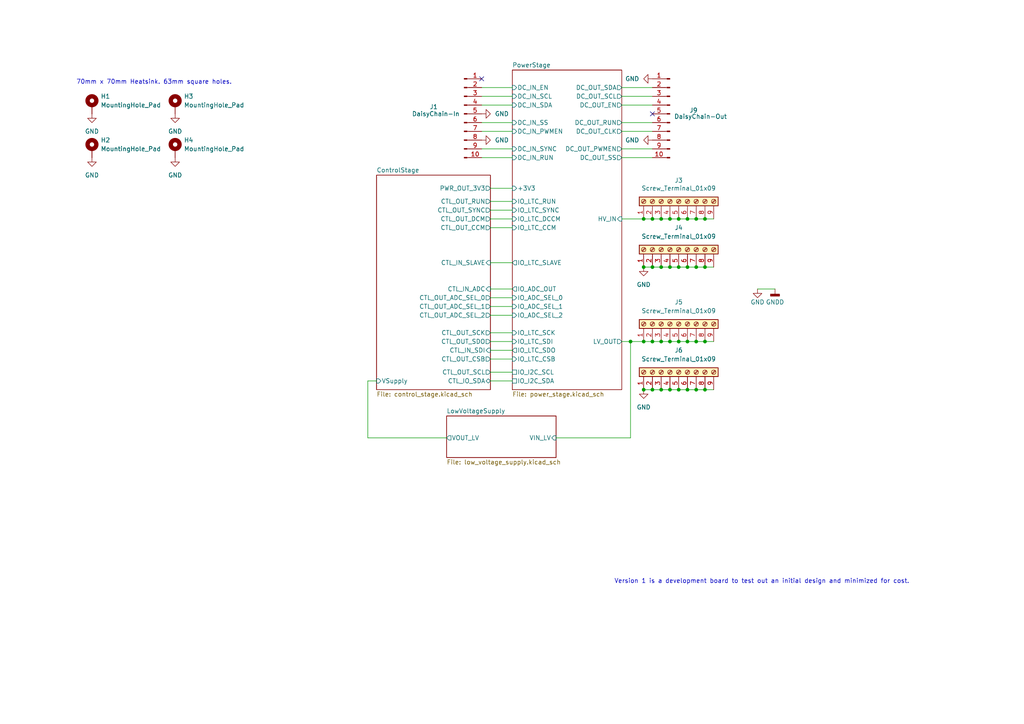
<source format=kicad_sch>
(kicad_sch (version 20231120) (generator "eeschema") (generator_version "8.0")
  (paper "A4")
  (lib_symbols
    (symbol "Connector:Conn_01x10_Pin" (pin_names (offset 1.016) hide)
      (property "Reference" "J" (at 0 12.7 0))
      (property "Value" "Conn_01x10_Pin" (at 0 -15.24 0))
      (symbol "Conn_01x10_Pin_1_1"
        (polyline (pts (xy 1.27 -12.7) (xy 0.8636 -12.7)) (stroke (width 0.1524)))
        (polyline (pts (xy 1.27 -10.16) (xy 0.8636 -10.16)) (stroke (width 0.1524)))
        (polyline (pts (xy 1.27 -7.62) (xy 0.8636 -7.62)) (stroke (width 0.1524)))
        (polyline (pts (xy 1.27 -5.08) (xy 0.8636 -5.08)) (stroke (width 0.1524)))
        (polyline (pts (xy 1.27 -2.54) (xy 0.8636 -2.54)) (stroke (width 0.1524)))
        (polyline (pts (xy 1.27 0) (xy 0.8636 0)) (stroke (width 0.1524)))
        (polyline (pts (xy 1.27 2.54) (xy 0.8636 2.54)) (stroke (width 0.1524)))
        (polyline (pts (xy 1.27 5.08) (xy 0.8636 5.08)) (stroke (width 0.1524)))
        (polyline (pts (xy 1.27 7.62) (xy 0.8636 7.62)) (stroke (width 0.1524)))
        (polyline (pts (xy 1.27 10.16) (xy 0.8636 10.16)) (stroke (width 0.1524)))
        (rectangle (start 0.8636 -12.573) (end 0 -12.827) (stroke (width 0.1524)) (fill (type outline)))
        (rectangle (start 0.8636 -10.033) (end 0 -10.287) (stroke (width 0.1524)) (fill (type outline)))
        (rectangle (start 0.8636 -7.493) (end 0 -7.747) (stroke (width 0.1524)) (fill (type outline)))
        (rectangle (start 0.8636 -4.953) (end 0 -5.207) (stroke (width 0.1524)) (fill (type outline)))
        (rectangle (start 0.8636 -2.413) (end 0 -2.667) (stroke (width 0.1524)) (fill (type outline)))
        (rectangle (start 0.8636 0.127) (end 0 -0.127) (stroke (width 0.1524)) (fill (type outline)))
        (rectangle (start 0.8636 2.667) (end 0 2.413) (stroke (width 0.1524)) (fill (type outline)))
        (rectangle (start 0.8636 5.207) (end 0 4.953) (stroke (width 0.1524)) (fill (type outline)))
        (rectangle (start 0.8636 7.747) (end 0 7.493) (stroke (width 0.1524)) (fill (type outline)))
        (rectangle (start 0.8636 10.287) (end 0 10.033) (stroke (width 0.1524)) (fill (type outline)))
        (pin passive line (at 5.08 10.16 180) (length 3.81) (name "Pin_1") (number "1"))
        (pin passive line (at 5.08 -12.7 180) (length 3.81) (name "Pin_10") (number "10"))
        (pin passive line (at 5.08 7.62 180) (length 3.81) (name "Pin_2") (number "2"))
        (pin passive line (at 5.08 5.08 180) (length 3.81) (name "Pin_3") (number "3"))
        (pin passive line (at 5.08 2.54 180) (length 3.81) (name "Pin_4") (number "4"))
        (pin passive line (at 5.08 0 180) (length 3.81) (name "Pin_5") (number "5"))
        (pin passive line (at 5.08 -2.54 180) (length 3.81) (name "Pin_6") (number "6"))
        (pin passive line (at 5.08 -5.08 180) (length 3.81) (name "Pin_7") (number "7"))
        (pin passive line (at 5.08 -7.62 180) (length 3.81) (name "Pin_8") (number "8"))
        (pin passive line (at 5.08 -10.16 180) (length 3.81) (name "Pin_9") (number "9"))
      )
    )
    (symbol "Connector:Screw_Terminal_01x09" (pin_names (offset 1.016) hide)
      (property "Reference" "J" (at 0 12.7 0))
      (property "Value" "Screw_Terminal_01x09" (at 0 -12.7 0))
      (symbol "Screw_Terminal_01x09_1_1"
        (rectangle (start -1.27 11.43) (end 1.27 -11.43) (stroke (width 0.254)) (fill (type background)))
        (circle (center 0 -10.16) (radius 0.635) (stroke (width 0.1524)))
        (circle (center 0 -7.62) (radius 0.635) (stroke (width 0.1524)))
        (circle (center 0 -5.08) (radius 0.635) (stroke (width 0.1524)))
        (circle (center 0 -2.54) (radius 0.635) (stroke (width 0.1524)))
        (polyline (pts (xy -0.5334 -9.8298) (xy 0.3302 -10.668)) (stroke (width 0.1524)))
        (polyline (pts (xy -0.5334 -7.2898) (xy 0.3302 -8.128)) (stroke (width 0.1524)))
        (polyline (pts (xy -0.5334 -4.7498) (xy 0.3302 -5.588)) (stroke (width 0.1524)))
        (polyline (pts (xy -0.5334 -2.2098) (xy 0.3302 -3.048)) (stroke (width 0.1524)))
        (polyline (pts (xy -0.5334 0.3302) (xy 0.3302 -0.508)) (stroke (width 0.1524)))
        (polyline (pts (xy -0.5334 2.8702) (xy 0.3302 2.032)) (stroke (width 0.1524)))
        (polyline (pts (xy -0.5334 5.4102) (xy 0.3302 4.572)) (stroke (width 0.1524)))
        (polyline (pts (xy -0.5334 7.9502) (xy 0.3302 7.112)) (stroke (width 0.1524)))
        (polyline (pts (xy -0.5334 10.4902) (xy 0.3302 9.652)) (stroke (width 0.1524)))
        (polyline (pts (xy -0.3556 -9.652) (xy 0.508 -10.4902)) (stroke (width 0.1524)))
        (polyline (pts (xy -0.3556 -7.112) (xy 0.508 -7.9502)) (stroke (width 0.1524)))
        (polyline (pts (xy -0.3556 -4.572) (xy 0.508 -5.4102)) (stroke (width 0.1524)))
        (polyline (pts (xy -0.3556 -2.032) (xy 0.508 -2.8702)) (stroke (width 0.1524)))
        (polyline (pts (xy -0.3556 0.508) (xy 0.508 -0.3302)) (stroke (width 0.1524)))
        (polyline (pts (xy -0.3556 3.048) (xy 0.508 2.2098)) (stroke (width 0.1524)))
        (polyline (pts (xy -0.3556 5.588) (xy 0.508 4.7498)) (stroke (width 0.1524)))
        (polyline (pts (xy -0.3556 8.128) (xy 0.508 7.2898)) (stroke (width 0.1524)))
        (polyline (pts (xy -0.3556 10.668) (xy 0.508 9.8298)) (stroke (width 0.1524)))
        (circle (center 0 0) (radius 0.635) (stroke (width 0.1524)))
        (circle (center 0 2.54) (radius 0.635) (stroke (width 0.1524)))
        (circle (center 0 5.08) (radius 0.635) (stroke (width 0.1524)))
        (circle (center 0 7.62) (radius 0.635) (stroke (width 0.1524)))
        (circle (center 0 10.16) (radius 0.635) (stroke (width 0.1524)))
        (pin passive line (at -5.08 10.16 0) (length 3.81) (name "Pin_1") (number "1"))
        (pin passive line (at -5.08 7.62 0) (length 3.81) (name "Pin_2") (number "2"))
        (pin passive line (at -5.08 5.08 0) (length 3.81) (name "Pin_3") (number "3"))
        (pin passive line (at -5.08 2.54 0) (length 3.81) (name "Pin_4") (number "4"))
        (pin passive line (at -5.08 0 0) (length 3.81) (name "Pin_5") (number "5"))
        (pin passive line (at -5.08 -2.54 0) (length 3.81) (name "Pin_6") (number "6"))
        (pin passive line (at -5.08 -5.08 0) (length 3.81) (name "Pin_7") (number "7"))
        (pin passive line (at -5.08 -7.62 0) (length 3.81) (name "Pin_8") (number "8"))
        (pin passive line (at -5.08 -10.16 0) (length 3.81) (name "Pin_9") (number "9"))
      )
    )
    (symbol "Mechanical:MountingHole_Pad" (pin_numbers hide) (pin_names (offset 1.016) hide)
      (property "Reference" "H" (at 0 6.35 0))
      (property "Value" "MountingHole_Pad" (at 0 4.445 0))
      (symbol "MountingHole_Pad_0_1"
        (circle (center 0 1.27) (radius 1.27) (stroke (width 1.27)))
      )
      (symbol "MountingHole_Pad_1_1"
        (pin input line (at 0 -2.54 90) (length 2.54) (name "1") (number "1"))
      )
    )
    (symbol "power:GND" (power) (pin_names (offset 0))
      (property "Value" "GND" (at 0 -3.81 0))
      (symbol "GND_0_1"
        (polyline (pts (xy 0 0) (xy 0 -1.27) (xy 1.27 -1.27) (xy 0 -2.54) (xy -1.27 -1.27) (xy 0 -1.27)))
      )
      (symbol "GND_1_1"
        (pin power_in line (at 0 0 270) (length 0) hide (name "GND") (number "1"))
      )
    )
    (symbol "power:GNDD" (power) (pin_names (offset 0))
      (property "Value" "GNDD" (at 0 -3.175 0))
      (symbol "GNDD_0_1"
        (rectangle (start -1.27 -1.524) (end 1.27 -2.032) (stroke (width 0.254)) (fill (type outline)))
        (polyline (pts (xy 0 0) (xy 0 -1.524)))
      )
      (symbol "GNDD_1_1"
        (pin power_in line (at 0 0 270) (length 0) hide (name "GNDD") (number "1"))
      )
    )
  )
  (junction (at 196.85 63.5))
  (junction (at 189.23 113.03))
  (junction (at 191.77 113.03))
  (junction (at 191.77 63.5))
  (junction (at 204.47 99.06))
  (junction (at 194.31 63.5))
  (junction (at 186.69 77.47))
  (junction (at 194.31 77.47))
  (junction (at 201.93 77.47))
  (junction (at 186.69 99.06))
  (junction (at 196.85 77.47))
  (junction (at 189.23 99.06))
  (junction (at 182.88 99.06))
  (junction (at 186.69 63.5))
  (junction (at 201.93 99.06))
  (junction (at 189.23 63.5))
  (junction (at 199.39 99.06))
  (junction (at 189.23 77.47))
  (junction (at 194.31 113.03))
  (junction (at 191.77 77.47))
  (junction (at 204.47 63.5))
  (junction (at 191.77 99.06))
  (junction (at 199.39 113.03))
  (junction (at 196.85 113.03))
  (junction (at 204.47 113.03))
  (junction (at 186.69 113.03))
  (junction (at 194.31 99.06))
  (junction (at 201.93 113.03))
  (junction (at 196.85 99.06))
  (junction (at 201.93 63.5))
  (junction (at 199.39 77.47))
  (junction (at 204.47 77.47))
  (junction (at 199.39 63.5))
  (no_connect (at 189.23 33.02))
  (no_connect (at 139.7 22.86))
  (wire (pts (xy 142.24 110.49) (xy 148.59 110.49)))
  (wire (pts (xy 139.7 35.56) (xy 148.59 35.56)))
  (wire (pts (xy 191.77 99.06) (xy 194.31 99.06)))
  (wire (pts (xy 139.7 27.94) (xy 148.59 27.94)))
  (wire (pts (xy 139.7 43.18) (xy 148.59 43.18)))
  (wire (pts (xy 204.47 113.03) (xy 207.01 113.03)))
  (wire (pts (xy 191.77 77.47) (xy 194.31 77.47)))
  (wire (pts (xy 180.34 38.1) (xy 189.23 38.1)))
  (wire (pts (xy 142.24 63.5) (xy 148.59 63.5)))
  (wire (pts (xy 142.24 88.9) (xy 148.59 88.9)))
  (wire (pts (xy 196.85 77.47) (xy 199.39 77.47)))
  (wire (pts (xy 194.31 77.47) (xy 196.85 77.47)))
  (wire (pts (xy 186.69 113.03) (xy 189.23 113.03)))
  (wire (pts (xy 196.85 113.03) (xy 199.39 113.03)))
  (wire (pts (xy 180.34 63.5) (xy 186.69 63.5)))
  (wire (pts (xy 106.68 110.49) (xy 106.68 127)))
  (wire (pts (xy 189.23 63.5) (xy 191.77 63.5)))
  (wire (pts (xy 196.85 63.5) (xy 199.39 63.5)))
  (wire (pts (xy 180.34 35.56) (xy 189.23 35.56)))
  (wire (pts (xy 186.69 63.5) (xy 189.23 63.5)))
  (wire (pts (xy 204.47 63.5) (xy 207.01 63.5)))
  (wire (pts (xy 199.39 99.06) (xy 201.93 99.06)))
  (wire (pts (xy 142.24 83.82) (xy 148.59 83.82)))
  (wire (pts (xy 219.71 83.82) (xy 224.79 83.82)))
  (wire (pts (xy 201.93 113.03) (xy 204.47 113.03)))
  (wire (pts (xy 189.23 113.03) (xy 191.77 113.03)))
  (wire (pts (xy 201.93 63.5) (xy 204.47 63.5)))
  (wire (pts (xy 139.7 45.72) (xy 148.59 45.72)))
  (wire (pts (xy 139.7 25.4) (xy 148.59 25.4)))
  (wire (pts (xy 189.23 77.47) (xy 191.77 77.47)))
  (wire (pts (xy 180.34 43.18) (xy 189.23 43.18)))
  (wire (pts (xy 142.24 91.44) (xy 148.59 91.44)))
  (wire (pts (xy 142.24 96.52) (xy 148.59 96.52)))
  (wire (pts (xy 142.24 99.06) (xy 148.59 99.06)))
  (wire (pts (xy 142.24 107.95) (xy 148.59 107.95)))
  (wire (pts (xy 109.22 110.49) (xy 106.68 110.49)))
  (wire (pts (xy 180.34 99.06) (xy 182.88 99.06)))
  (wire (pts (xy 199.39 77.47) (xy 201.93 77.47)))
  (wire (pts (xy 204.47 77.47) (xy 207.01 77.47)))
  (wire (pts (xy 194.31 113.03) (xy 196.85 113.03)))
  (wire (pts (xy 142.24 60.96) (xy 148.59 60.96)))
  (wire (pts (xy 191.77 113.03) (xy 194.31 113.03)))
  (wire (pts (xy 161.29 127) (xy 182.88 127)))
  (wire (pts (xy 180.34 45.72) (xy 189.23 45.72)))
  (wire (pts (xy 142.24 58.42) (xy 148.59 58.42)))
  (wire (pts (xy 180.34 25.4) (xy 189.23 25.4)))
  (wire (pts (xy 142.24 76.2) (xy 148.59 76.2)))
  (wire (pts (xy 142.24 101.6) (xy 148.59 101.6)))
  (wire (pts (xy 182.88 99.06) (xy 186.69 99.06)))
  (wire (pts (xy 191.77 63.5) (xy 194.31 63.5)))
  (wire (pts (xy 139.7 30.48) (xy 148.59 30.48)))
  (wire (pts (xy 142.24 54.61) (xy 148.59 54.61)))
  (wire (pts (xy 180.34 27.94) (xy 189.23 27.94)))
  (wire (pts (xy 201.93 99.06) (xy 204.47 99.06)))
  (wire (pts (xy 201.93 77.47) (xy 204.47 77.47)))
  (wire (pts (xy 106.68 127) (xy 129.54 127)))
  (wire (pts (xy 186.69 99.06) (xy 189.23 99.06)))
  (wire (pts (xy 204.47 99.06) (xy 207.01 99.06)))
  (wire (pts (xy 189.23 99.06) (xy 191.77 99.06)))
  (wire (pts (xy 194.31 99.06) (xy 196.85 99.06)))
  (wire (pts (xy 199.39 113.03) (xy 201.93 113.03)))
  (wire (pts (xy 194.31 63.5) (xy 196.85 63.5)))
  (wire (pts (xy 186.69 77.47) (xy 189.23 77.47)))
  (wire (pts (xy 139.7 38.1) (xy 148.59 38.1)))
  (wire (pts (xy 182.88 127) (xy 182.88 99.06)))
  (wire (pts (xy 142.24 104.14) (xy 148.59 104.14)))
  (wire (pts (xy 199.39 63.5) (xy 201.93 63.5)))
  (wire (pts (xy 142.24 66.04) (xy 148.59 66.04)))
  (wire (pts (xy 142.24 86.36) (xy 148.59 86.36)))
  (wire (pts (xy 196.85 99.06) (xy 199.39 99.06)))
  (wire (pts (xy 180.34 30.48) (xy 189.23 30.48)))
  (text "70mm x 70mm Heatsink. 63mm square holes." (at 44.704 23.876 0) (effects (font (size 1.27 1.27))))
  (text "Version 1 is a development board to test out an initial design and minimized for cost." (at 220.98 168.656 0) (effects (font (size 1.27 1.27))))
  (symbol (lib_id "Mechanical:MountingHole_Pad") (at 26.67 30.48 0) (unit 1) (in_bom no)
    (property "Reference" "H1" (at 29.21 27.9399 0) (effects (justify left)))
    (property "Value" "MountingHole_Pad" (at 29.21 30.4799 0) (effects (justify left)))
    (property "Footprint" "MountingHole:MountingHole_3.2mm_M3_Pad_Via" (effects (hide yes)))
    (property "Description" "Mounting Hole with connection" (effects (hide yes)))
    (property "Digikey" "N/A" (effects (hide yes)))
    (property "LCSC" "N/A" (effects (hide yes)))
  )
  (symbol (lib_id "power:GND") (at 189.23 40.64 270) (unit 1)
    (property "Reference" "#PWR084" (effects (hide yes)))
    (property "Value" "GND" (at 185.42 40.6399 90) (effects (justify right)))
    (property "Description" "Power symbol creates a global label with name \"GND\" , ground" (effects (hide yes)))
  )
  (symbol (lib_id "Mechanical:MountingHole_Pad") (at 50.8 43.18 0) (unit 1) (in_bom no)
    (property "Reference" "H4" (at 53.34 40.6399 0) (effects (justify left)))
    (property "Value" "MountingHole_Pad" (at 53.34 43.1799 0) (effects (justify left)))
    (property "Footprint" "MountingHole:MountingHole_3.2mm_M3_Pad_Via" (effects (hide yes)))
    (property "Description" "Mounting Hole with connection" (effects (hide yes)))
    (property "Digikey" "N/A" (effects (hide yes)))
    (property "LCSC" "N/A" (effects (hide yes)))
  )
  (symbol (lib_id "power:GND") (at 219.71 83.82 0) (unit 1)
    (property "Reference" "#PWR0156" (effects (hide yes)))
    (property "Value" "GND" (at 219.71 87.63 0))
    (property "Description" "Power symbol creates a global label with name \"GND\" , ground" (effects (hide yes)))
  )
  (symbol (lib_id "power:GND") (at 139.7 40.64 90) (unit 1)
    (property "Reference" "#PWR0138" (effects (hide yes)))
    (property "Value" "GND" (at 143.51 40.6399 90) (effects (justify right)))
    (property "Description" "Power symbol creates a global label with name \"GND\" , ground" (effects (hide yes)))
  )
  (symbol (lib_id "Connector:Screw_Terminal_01x09") (at 196.85 107.95 90) (unit 1)
    (property "Reference" "J6" (at 196.85 101.6 90))
    (property "Value" "Screw_Terminal_01x09" (at 196.85 104.14 90))
    (property "Footprint" "Connectors:CONN_74651195R_WRE" (effects (hide yes)))
    (property "Description" "Generic screw terminal, single row, 01x09, script generated (kicad-library-utils/schlib/autogen/connector/)" (effects (hide yes)))
    (property "Digikey" "732-74651195RCT-ND" (effects (hide yes)))
    (property "LCSC" "N/A" (effects (hide yes)))
  )
  (symbol (lib_id "Connector:Screw_Terminal_01x09") (at 196.85 93.98 90) (unit 1)
    (property "Reference" "J5" (at 196.85 87.63 90))
    (property "Value" "Screw_Terminal_01x09" (at 196.85 90.17 90))
    (property "Footprint" "Connectors:CONN_74651195R_WRE" (effects (hide yes)))
    (property "Description" "Generic screw terminal, single row, 01x09, script generated (kicad-library-utils/schlib/autogen/connector/)" (effects (hide yes)))
    (property "Digikey" "732-74651195RCT-ND" (effects (hide yes)))
    (property "LCSC" "N/A" (effects (hide yes)))
  )
  (symbol (lib_id "power:GND") (at 189.23 22.86 270) (unit 1)
    (property "Reference" "#PWR087" (effects (hide yes)))
    (property "Value" "GND" (at 185.42 22.8599 90) (effects (justify right)))
    (property "Description" "Power symbol creates a global label with name \"GND\" , ground" (effects (hide yes)))
  )
  (symbol (lib_id "power:GND") (at 50.8 33.02 0) (unit 1)
    (property "Reference" "#PWR0149" (effects (hide yes)))
    (property "Value" "GND" (at 50.8 38.1 0))
    (property "Description" "Power symbol creates a global label with name \"GND\" , ground" (effects (hide yes)))
  )
  (symbol (lib_id "power:GND") (at 26.67 33.02 0) (unit 1)
    (property "Reference" "#PWR0147" (effects (hide yes)))
    (property "Value" "GND" (at 26.67 38.1 0))
    (property "Description" "Power symbol creates a global label with name \"GND\" , ground" (effects (hide yes)))
  )
  (symbol (lib_id "Mechanical:MountingHole_Pad") (at 26.67 43.18 0) (unit 1) (in_bom no)
    (property "Reference" "H2" (at 29.21 40.6399 0) (effects (justify left)))
    (property "Value" "MountingHole_Pad" (at 29.21 43.1799 0) (effects (justify left)))
    (property "Footprint" "MountingHole:MountingHole_3.2mm_M3_Pad_Via" (effects (hide yes)))
    (property "Description" "Mounting Hole with connection" (effects (hide yes)))
    (property "Digikey" "N/A" (effects (hide yes)))
    (property "LCSC" "N/A" (effects (hide yes)))
  )
  (symbol (lib_id "Connector:Conn_01x10_Pin") (at 194.31 33.02 0) (mirror y) (unit 1)
    (property "Reference" "J9" (at 201.168 32.004 0))
    (property "Value" "DaisyChain-Out" (at 203.2 33.782 0))
    (property "Footprint" "Connectors:JTAG_2x05_P1_27mm_Shrouded_SMD" (effects (hide yes)))
    (property "Description" "Generic connector, single row, 01x10, script generated" (effects (hide yes)))
    (property "Digikey" "1175-1629-ND" (effects (hide yes)))
    (property "LCSC" "N/A" (effects (hide yes)))
  )
  (symbol (lib_id "Connector:Screw_Terminal_01x09") (at 196.85 72.39 90) (unit 1)
    (property "Reference" "J4" (at 196.85 66.04 90))
    (property "Value" "Screw_Terminal_01x09" (at 196.85 68.58 90))
    (property "Footprint" "Connectors:CONN_74651195R_WRE" (effects (hide yes)))
    (property "Description" "Generic screw terminal, single row, 01x09, script generated (kicad-library-utils/schlib/autogen/connector/)" (effects (hide yes)))
    (property "Digikey" "732-74651195RCT-ND" (effects (hide yes)))
    (property "LCSC" "N/A" (effects (hide yes)))
  )
  (symbol (lib_id "power:GND") (at 26.67 45.72 0) (unit 1)
    (property "Reference" "#PWR0148" (effects (hide yes)))
    (property "Value" "GND" (at 26.67 50.8 0))
    (property "Description" "Power symbol creates a global label with name \"GND\" , ground" (effects (hide yes)))
  )
  (symbol (lib_id "power:GND") (at 50.8 45.72 0) (unit 1)
    (property "Reference" "#PWR0150" (effects (hide yes)))
    (property "Value" "GND" (at 50.8 50.8 0))
    (property "Description" "Power symbol creates a global label with name \"GND\" , ground" (effects (hide yes)))
  )
  (symbol (lib_id "power:GNDD") (at 224.79 83.82 0) (unit 1)
    (property "Reference" "#PWR0155" (effects (hide yes)))
    (property "Value" "GNDD" (at 224.79 87.63 0))
    (property "Description" "Power symbol creates a global label with name \"GNDD\" , digital ground" (effects (hide yes)))
  )
  (symbol (lib_id "Connector:Conn_01x10_Pin") (at 134.62 33.02 0) (unit 1)
    (property "Reference" "J1" (at 127 30.988 0) (effects (justify right)))
    (property "Value" "DaisyChain-In" (at 133.35 33.0201 0) (effects (justify right)))
    (property "Footprint" "Connectors:JTAG_2x05_P1_27mm_Shrouded_SMD" (effects (hide yes)))
    (property "Description" "Generic connector, single row, 01x10, script generated" (effects (hide yes)))
    (property "Digikey" "1175-1629-ND" (effects (hide yes)))
    (property "LCSC" "N/A" (effects (hide yes)))
  )
  (symbol (lib_id "Connector:Screw_Terminal_01x09") (at 196.85 58.42 90) (unit 1)
    (property "Reference" "J3" (at 196.85 52.324 90))
    (property "Value" "Screw_Terminal_01x09" (at 196.85 54.61 90))
    (property "Footprint" "Connectors:CONN_74651195R_WRE" (effects (hide yes)))
    (property "Description" "Generic screw terminal, single row, 01x09, script generated (kicad-library-utils/schlib/autogen/connector/)" (effects (hide yes)))
    (property "Digikey" "732-74651195RCT-ND" (effects (hide yes)))
    (property "LCSC" "N/A" (effects (hide yes)))
  )
  (symbol (lib_id "power:GND") (at 186.69 113.03 0) (unit 1)
    (property "Reference" "#PWR011" (effects (hide yes)))
    (property "Value" "GND" (at 186.69 118.11 0))
    (property "Description" "Power symbol creates a global label with name \"GND\" , ground" (effects (hide yes)))
  )
  (symbol (lib_id "power:GND") (at 186.69 77.47 0) (unit 1)
    (property "Reference" "#PWR010" (effects (hide yes)))
    (property "Value" "GND" (at 186.69 82.55 0))
    (property "Description" "Power symbol creates a global label with name \"GND\" , ground" (effects (hide yes)))
  )
  (symbol (lib_id "Mechanical:MountingHole_Pad") (at 50.8 30.48 0) (unit 1) (in_bom no)
    (property "Reference" "H3" (at 53.34 27.9399 0) (effects (justify left)))
    (property "Value" "MountingHole_Pad" (at 53.34 30.4799 0) (effects (justify left)))
    (property "Footprint" "MountingHole:MountingHole_3.2mm_M3_Pad_Via" (effects (hide yes)))
    (property "Description" "Mounting Hole with connection" (effects (hide yes)))
    (property "Digikey" "N/A" (effects (hide yes)))
    (property "LCSC" "N/A" (effects (hide yes)))
  )
  (symbol (lib_id "power:GND") (at 139.7 33.02 90) (unit 1)
    (property "Reference" "#PWR0133" (effects (hide yes)))
    (property "Value" "GND" (at 143.51 33.0199 90) (effects (justify right)))
    (property "Description" "Power symbol creates a global label with name \"GND\" , ground" (effects (hide yes)))
  )
  (sheet (at 148.59 20.32) (size 31.75 92.71) (stroke (width 0.1524))
    (property "Sheetname" "PowerStage" (at 148.59 19.6084 0) (effects (justify left bottom)))
    (property "Sheetfile" "power_stage.kicad_sch" (at 148.59 113.6146 0) (effects (justify left top)))
    (pin "IO_ADC_SEL_1" input (at 148.59 88.9 180))
    (pin "IO_ADC_SEL_0" input (at 148.59 86.36 180))
    (pin "IO_ADC_SEL_2" input (at 148.59 91.44 180))
    (pin "IO_ADC_OUT" output (at 148.59 83.82 180))
    (pin "IO_LTC_RUN" input (at 148.59 58.42 180))
    (pin "IO_LTC_SDI" input (at 148.59 99.06 180))
    (pin "IO_LTC_CSB" input (at 148.59 104.14 180))
    (pin "IO_LTC_SYNC" input (at 148.59 60.96 180))
    (pin "LV_OUT" output (at 180.34 99.06 0))
    (pin "HV_IN" input (at 180.34 63.5 0))
    (pin "IO_LTC_DCCM" input (at 148.59 63.5 180))
    (pin "IO_LTC_CCM" input (at 148.59 66.04 180))
    (pin "DC_OUT_SDA" output (at 180.34 25.4 0))
    (pin "DC_OUT_PWMEN" output (at 180.34 43.18 0))
    (pin "+3V3" input (at 148.59 54.61 180))
    (pin "DC_OUT_SS" output (at 180.34 45.72 0))
    (pin "DC_OUT_CLK" output (at 180.34 38.1 0))
    (pin "DC_OUT_RUN" output (at 180.34 35.56 0))
    (pin "DC_OUT_SCL" output (at 180.34 27.94 0))
    (pin "DC_IN_PWMEN" input (at 148.59 38.1 180))
    (pin "DC_IN_SYNC" input (at 148.59 43.18 180))
    (pin "DC_IN_SS" input (at 148.59 35.56 180))
    (pin "DC_IN_RUN" input (at 148.59 45.72 180))
    (pin "DC_IN_SCL" input (at 148.59 27.94 180))
    (pin "DC_IN_SDA" input (at 148.59 30.48 180))
    (pin "DC_IN_EN" input (at 148.59 25.4 180))
    (pin "DC_OUT_EN" output (at 180.34 30.48 0))
    (pin "IO_LTC_SLAVE" output (at 148.59 76.2 180))
    (pin "IO_I2C_SDA" passive (at 148.59 110.49 180))
    (pin "IO_I2C_SCL" passive (at 148.59 107.95 180))
    (pin "IO_LTC_SCK" input (at 148.59 96.52 180))
    (pin "IO_LTC_SDO" output (at 148.59 101.6 180))
  )
  (sheet (at 129.54 120.65) (size 31.75 12.065) (stroke (width 0.1524))
    (property "Sheetname" "LowVoltageSupply" (at 129.54 119.9384 0) (effects (justify left bottom)))
    (property "Sheetfile" "low_voltage_supply.kicad_sch" (at 129.54 133.2996 0) (effects (justify left top)))
    (pin "VIN_LV" input (at 161.29 127 0))
    (pin "VOUT_LV" output (at 129.54 127 180))
  )
  (sheet (at 109.22 50.8) (size 33.02 62.23) (stroke (width 0.1524))
    (property "Sheetname" "ControlStage" (at 109.22 50.0884 0) (effects (justify left bottom)))
    (property "Sheetfile" "control_stage.kicad_sch" (at 109.22 113.6146 0) (effects (justify left top)))
    (pin "VSupply" input (at 109.22 110.49 180))
    (pin "CTL_IN_ADC" input (at 142.24 83.82 0))
    (pin "CTL_IN_SLAVE" input (at 142.24 76.2 0))
    (pin "CTL_OUT_SDO" output (at 142.24 99.06 0))
    (pin "CTL_OUT_CSB" output (at 142.24 104.14 0))
    (pin "CTL_OUT_RUN" output (at 142.24 58.42 0))
    (pin "CTL_OUT_SYNC" output (at 142.24 60.96 0))
    (pin "CTL_OUT_SCK" output (at 142.24 96.52 0))
    (pin "CTL_IO_SDA" bidirectional (at 142.24 110.49 0))
    (pin "CTL_OUT_SCL" output (at 142.24 107.95 0))
    (pin "CTL_OUT_ADC_SEL_0" output (at 142.24 86.36 0))
    (pin "CTL_OUT_CCM" output (at 142.24 66.04 0))
    (pin "CTL_OUT_ADC_SEL_1" output (at 142.24 88.9 0))
    (pin "CTL_OUT_ADC_SEL_2" output (at 142.24 91.44 0))
    (pin "CTL_OUT_DCM" output (at 142.24 63.5 0))
    (pin "CTL_IN_SDI" input (at 142.24 101.6 0))
    (pin "PWR_OUT_3V3" output (at 142.24 54.61 0))
  )
)
</source>
